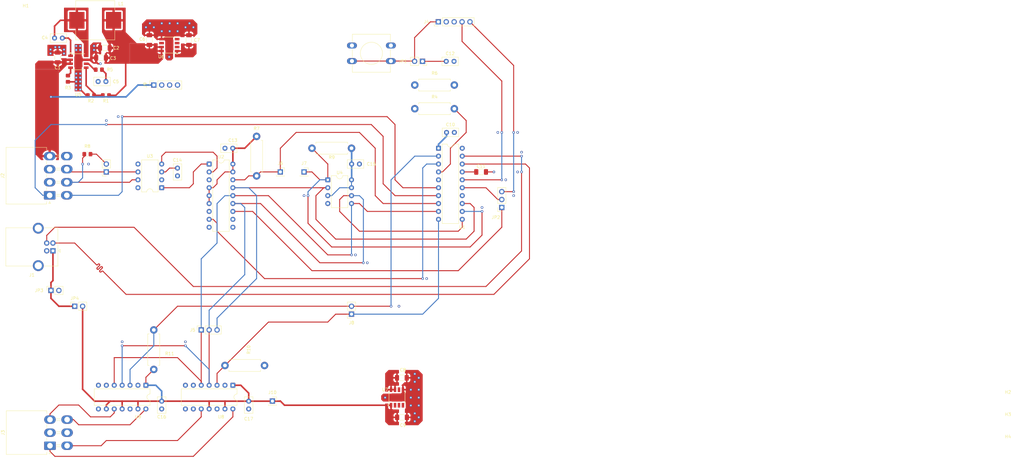
<source format=kicad_pcb>
(kicad_pcb (version 20241229) (generator "pcbnew") (generator_version "9.0")
  (layers (0 "F.Cu" signal) (4 "In1.Cu" signal) (6 "In2.Cu" signal) (2 "B.Cu" power) (13 "F.Paste" user) (15 "B.Paste" user) (5 "F.SilkS" user "F.Silkscreen") (7 "B.SilkS" user "B.Silkscreen") (1 "F.Mask" user) (3 "B.Mask" user) (25 "Edge.Cuts" user))
  (net 0 "")
  (net 1 "+12V")
  (net 2 "GND")
  (net 3 "+6.5V")
  (net 4 "Net-(U5-BST)")
  (net 5 "Net-(U5-SW)")
  (net 6 "Net-(C5-Pad2)")
  (net 7 "+5V")
  (net 8 "+5VA")
  (net 9 "Net-(U1-Vusb3v3)")
  (net 10 "Net-(JP1-A)")
  (net 12 "/USB_D+")
  (net 13 "VBUS")
  (net 15 "/USB_D-")
  (net 16 "/CAN_L")
  (net 17 "/Tach")
  (net 18 "/Speed")
  (net 19 "/CAN_H")
  (net 20 "/AN1")
  (net 21 "/AN4")
  (net 22 "/AN2")
  (net 23 "/AN3")
  (net 24 "/ICSP_~{MCLR}")
  (net 25 "/ICSP_CLK")
  (net 26 "/ICSP_DAT")
  (net 27 "/DAC1_~{CS}")
  (net 28 "/MISO")
  (net 29 "/ROM_~{CS}")
  (net 30 "/DAC2_~{CS}")
  (net 31 "/SCK")
  (net 32 "/MOSI")
  (net 33 "/CAN_~{CS}")
  (net 34 "/INT")
  (net 35 "Net-(JP5-B)")
  (net 36 "Net-(U5-FB)")
  (net 37 "Net-(U5-RT{slash}CLK)")
  (net 38 "/~{MCLR}")
  (net 39 "Net-(U5-COMP)")
  (net 41 "/CLK")
  (net 42 "/CAN_RX")
  (net 47 "/CAN_TX")
  (net 64 "/INT{slash}ICSP_CLK")
  (footprint "Connector_PinSocket_2.54mm:PinSocket_1x02_P2.54mm_Vertical" (layer "F.Cu") (at 55.88 134.62 180)
    (property "Reference" "JP5" (hide yes))
    (property "Value" "Term")
  )
  (footprint "Package_DIP:DIP-14_W7.62mm" (layer "F.Cu") (at 96.52 203.2 -90)
    (property "Reference" "U8")
    (property "Value" "MCP4912" (hide yes))
  )
  (footprint "Capacitor_THT:C_Disc_D5.0mm_W2.5mm_P2.50mm" (layer "F.Cu") (at 137.16 132.08 180)
    (property "Reference" "C15")
    (property "Value" "100n" (hide yes))
  )
  (footprint "Connector_PinSocket_2.54mm:PinSocket_1x01_P2.54mm_Vertical" (layer "F.Cu") (at 111.76 134.62)
    (property "Reference" "J6")
    (property "Value" "CAN CS")
  )
  (footprint "Connector_PinSocket_2.54mm:PinSocket_1x02_P2.54mm_Vertical" (layer "F.Cu") (at 38.1 172.72 90)
    (property "Reference" "JP3")
    (property "Value" "USB_PWR")
  )
  (footprint "Capacitor_THT:C_Disc_D5.0mm_W2.5mm_P2.50mm" (layer "F.Cu") (at 93.98 127)
    (property "Reference" "C13")
    (property "Value" "100n" (hide yes))
  )
  (footprint "Connector_PinHeader_2.54mm:PinHeader_1x05_P2.54mm_Vertical" (layer "F.Cu") (at 162.5 86.36 90)
    (property "Reference" "J4")
    (property "Value" "ICSP")
  )
  (footprint "Capacitor_THT:C_Disc_D5.0mm_W2.5mm_P2.50mm" (layer "F.Cu") (at 73.66 208.32 -90)
    (property "Reference" "C16")
    (property "Value" "100n" (hide yes))
  )
  (footprint "Connector_PinSocket_2.54mm:PinSocket_1x03_P2.54mm_Vertical" (layer "F.Cu") (at 182.88 146.035 180)
    (property "Reference" "JP2")
    (property "Value" "Prog")
  )
  (footprint "Resistor_SMD:R_0805_2012Metric_Pad1.20x1.40mm_HandSolder" (layer "F.Cu") (at 49.8 128.905 180)
    (property "Reference" "R8")
    (property "Value" "120" (hide yes))
  )
  (footprint "Resistor_SMD:R_0805_2012Metric_Pad1.20x1.40mm_HandSolder" (layer "F.Cu") (at 55.745 110)
    (property "Reference" "R1")
    (property "Value" "73k2" (hide yes))
  )
  (footprint "Connector_PinSocket_2.54mm:PinSocket_1x02_P2.54mm_Vertical" (layer "F.Cu") (at 157.42 99.06 -90)
    (property "Reference" "JP1")
    (property "Value" "~{Prog}")
  )
  (footprint "Capacitor_THT:C_Disc_D5.0mm_W2.5mm_P2.50mm" (layer "F.Cu") (at 39.255 91.585)
    (property "Reference" "C4")
    (property "Value" "100n" (hide yes))
  )
  (footprint "Capacitor_THT:C_Disc_D5.0mm_W2.5mm_P2.50mm" (layer "F.Cu") (at 165.04 99.06)
    (property "Reference" "C12")
    (property "Value" "100n" (hide yes))
  )
  (footprint "Capacitor_SMD:C_1206_3216Metric_Pad1.33x1.80mm_HandSolder" (layer "F.Cu") (at 176.2375 134.62)
    (property "Reference" "C11")
    (property "Value" "1u" (hide yes))
  )
  (footprint "Package_DIP:DIP-8_W7.62mm" (layer "F.Cu") (at 127 137.16)
    (property "Reference" "U4")
    (property "Value" "25LC160C" (hide yes))
  )
  (footprint "Resistor_THT:R_Axial_DIN0411_L9.9mm_D3.6mm_P12.70mm_Horizontal" (layer "F.Cu") (at 106.68 196.85 180)
    (property "Reference" "R10")
    (property "Value" "10k" (hide yes))
  )
  (footprint "Connector_PinSocket_2.54mm:PinSocket_1x02_P2.54mm_Vertical" (layer "F.Cu") (at 134.62 180.34 180)
    (property "Reference" "J8")
    (property "Value" "DAC CS")
  )
  (footprint "Capacitor_SMD:C_1206_3216Metric_Pad1.33x1.80mm_HandSolder" (layer "F.Cu") (at 69.715 92.22 90)
    (property "Reference" "C6")
    (property "Value" "22u" (hide yes))
  )
  (footprint "Capacitor_THT:C_Disc_D5.0mm_W2.5mm_P2.50mm" (layer "F.Cu") (at 53.245 105.555)
    (property "Reference" "C5")
    (property "Value" "100n" (hide yes))
  )
  (footprint "Resistor_SMD:R_0805_2012Metric_Pad1.20x1.40mm_HandSolder" (layer "F.Cu") (at 43.553 104.65 -90)
    (property "Reference" "R3")
    (property "Value" "50k" (hide yes))
  )
  (footprint "Button_Switch_THT:SW_PUSH-12mm" (layer "F.Cu") (at 134.76 93.98)
    (property "Reference" "SW1" (hide yes))
    (property "Value" "Reset")
  )
  (footprint "Resistor_SMD:R_0805_2012Metric_Pad1.20x1.40mm_HandSolder" (layer "F.Cu") (at 50.935 110)
    (property "Reference" "R2")
    (property "Value" "10k" (hide yes))
  )
  (footprint "Connector_Molex:Molex_Mini-Fit_Jr_5569-06A2_2x03_P4.20mm_Horizontal" (layer "F.Cu") (at 37.78 222.64 90)
    (property "Reference" "J3")
    (property "Value" "Analog")
  )
  (footprint "Resistor_THT:R_Axial_DIN0411_L9.9mm_D3.6mm_P12.70mm_Horizontal" (layer "F.Cu") (at 71.12 198.12 90)
    (property "Reference" "R11")
    (property "Value" "10k" (hide yes))
  )
  (footprint "Connector_Molex:Molex_Mini-Fit_Jr_5569-08A2_2x04_P4.20mm_Horizontal" (layer "F.Cu") (at 37.68 142.14 90)
    (property "Reference" "J2")
    (property "Value" "Conn_02x04_Top_Bottom" (hide yes))
  )
  (footprint "Capacitor_THT:C_Disc_D5.0mm_W2.5mm_P2.50mm" (layer "F.Cu") (at 78.74 135.89 90)
    (property "Reference" "C14")
    (property "Value" "100n" (hide yes))
  )
  (footprint "Resistor_SMD:R_0805_2012Metric_Pad1.20x1.40mm_HandSolder" (layer "F.Cu") (at 53.475 101.745 180)
    (property "Reference" "R5")
    (property "Value" "12k" (hide yes))
  )
  (footprint "Package_DIP:DIP-14_W7.62mm" (layer "F.Cu") (at 68.58 203.2 -90)
    (property "Reference" "U9")
    (property "Value" "MCP4912" (hide yes))
  )
  (footprint "Connector_USB:USB_B_OST_USB-B1HSxx_Horizontal" (layer "F.Cu") (at 38.735 159.98 180)
    (property "Reference" "J1")
    (property "Value" "USB_B")
  )
  (footprint "Capacitor_SMD:C_1206_3216Metric_Pad1.33x1.80mm_HandSolder" (layer "F.Cu") (at 150.7875 200.81875)
    (property "Reference" "C8")
    (property "Value" "22u" (hide yes))
  )
  (footprint "MountingHole:MountingHole_3.2mm_M3_DIN965" (layer "F.Cu") (at 345.44 209.22)
    (property "Reference" "H2")
    (property "Value" "MountingHole")
  )
  (footprint "MountingHole:MountingHole_3.2mm_M3_DIN965" (layer "F.Cu") (at 345.44 216.37)
    (property "Reference" "H3")
    (property "Value" "MountingHole")
  )
  (footprint "Package_SO:Diodes_SO-8EP" (layer "F.Cu") (at 149.225 207.12625 90)
    (property "Reference" "U7")
    (property "Value" "AP7375Q" (hide yes))
  )
  (footprint "MountingHole:MountingHole_3.2mm_M3_DIN965" (layer "F.Cu") (at 345.44 223.52)
    (property "Reference" "H4")
    (property "Value" "MountingHole")
  )
  (footprint "Connector_PinSocket_2.54mm:PinSocket_1x04_P2.54mm_Vertical" (layer "F.Cu") (at 71.12 106.68 90)
    (property "Reference" "J9")
    (property "Value" "Conn_01x04_Socket" (hide yes))
  )
  (footprint "Connector_PinSocket_2.54mm:PinSocket_1x02_P2.54mm_Vertical" (layer "F.Cu") (at 45.72 177.8 90)
    (property "Reference" "JP4")
    (property "Value" "USB_PWR" (hide yes))
  )
  (footprint "Capacitor_SMD:C_1206_3216Metric_Pad1.33x1.80mm_HandSolder" (layer "F.Cu") (at 40.251 97.808 90)
    (property "Reference" "C1")
    (property "Value" "22u" (hide yes))
  )
  (footprint "Package_DIP:DIP-20_W7.62mm" (layer "F.Cu") (at 162.56 127)
    (property "Reference" "U1")
    (property "Value" "PIC16F1459-IP" (hide yes))
  )
  (footprint "Package_SO:Diodes_SO-8EP" (layer "F.Cu") (at 46.8975 99.205)
    (property "Reference" "U5")
    (property "Value" "AP64100Q" (hide yes))
  )
  (footprint "Resistor_THT:R_Axial_DIN0411_L9.9mm_D3.6mm_P12.70mm_Horizontal" (layer "F.Cu") (at 134.62 127 180)
    (property "Reference" "R9")
    (property "Value" "10k")
  )
  (footprint "Inductor_SMD:L_Wuerth_WE-PD-Typ-LS_Handsoldering" (layer "F.Cu") (at 52.316 85.87)
    (property "Reference" "L1")
    (property "Value" "15u" (hide yes))
  )
  (footprint "Package_DIP:DIP-18_W7.62mm" (layer "F.Cu") (at 88.9 132.08)
    (property "Reference" "U2")
    (property "Value" "MCP2515-I/P" (hide yes))
  )
  (footprint "Capacitor_SMD:C_1206_3216Metric_Pad1.33x1.80mm_HandSolder" (layer "F.Cu") (at 54.1825 97.935)
    (property "Reference" "C3")
    (property "Value" "22u" (hide yes))
  )
  (footprint "Resistor_THT:R_Axial_DIN0411_L9.9mm_D3.6mm_P12.70mm_Horizontal" (layer "F.Cu") (at 104.14 123.19 -90)
    (property "Reference" "R7")
    (property "Value" "10k" (hide yes))
  )
  (footprint "Capacitor_THT:C_Disc_D5.0mm_W2.5mm_P2.50mm" (layer "F.Cu") (at 165.14 121.92)
    (property "Reference" "C10")
    (property "Value" "100n" (hide yes))
  )
  (footprint "Connector_PinSocket_2.54mm:PinSocket_1x01_P2.54mm_Vertical" (layer "F.Cu") (at 119.38 134.62)
    (property "Reference" "J7")
    (property "Value" "ROM CS")
  )
  (footprint "Capacitor_SMD:C_1206_3216Metric_Pad1.33x1.80mm_HandSolder" (layer "F.Cu") (at 55.4025 94.76)
    (property "Reference" "C2")
    (property "Value" "22u" (hide yes))
  )
  (footprint "Resistor_THT:R_Axial_DIN0411_L9.9mm_D3.6mm_P12.70mm_Horizontal" (layer "F.Cu") (at 167.64 106.68 180)
    (property "Reference" "R6")
    (property "Value" "10k" (hide yes))
  )
  (footprint "Capacitor_SMD:C_1206_3216Metric_Pad1.33x1.80mm_HandSolder" (layer "F.Cu") (at 150.8375 213.51875)
    (property "Reference" "C9")
    (property "Value" "22u" (hide yes))
  )
  (footprint "MountingHole:MountingHole_3.2mm_M3_DIN965" (layer "F.Cu") (at 30 85)
    (property "Reference" "H1")
    (property "Value" "MountingHole")
  )
  (footprint "Connector_PinSocket_2.54mm:PinSocket_1x01_P2.54mm_Vertical" (layer "F.Cu") (at 109.22 208.28)
    (property "Reference" "J10")
    (property "Value" "+5VA")
  )
  (footprint "Package_DIP:DIP-8_W7.62mm" (layer "F.Cu") (at 73.66 139.7 180)
    (property "Reference" "U3")
    (property "Value" "MCP2561-E-P" (hide yes))
  )
  (footprint "Capacitor_THT:C_Disc_D5.0mm_W2.5mm_P2.50mm" (layer "F.Cu") (at 101.6 208.32 -90)
    (property "Reference" "C17")
    (property "Value" "100n" (hide yes))
  )
  (footprint "Capacitor_SMD:C_1206_3216Metric_Pad1.33x1.80mm_HandSolder" (layer "F.Cu") (at 82.415 92.22 90)
    (property "Reference" "C7")
    (property "Value" "22u" (hide yes))
  )
  (footprint "Package_SO:Diodes_SO-8EP" (layer "F.Cu") (at 76.1075 93.8325 180)
    (property "Reference" "U6")
    (property "Value" "AP7375Q" (hide yes))
  )
  (footprint "Connector_PinSocket_2.54mm:PinSocket_1x03_P2.54mm_Vertical" (layer "F.Cu") (at 86.36 185.42 90)
    (property "Reference" "J5")
    (property "Value" "SPI debug")
  )
  (footprint "Resistor_THT:R_Axial_DIN0411_L9.9mm_D3.6mm_P12.70mm_Horizontal" (layer "F.Cu") (at 154.94 114.3)
    (property "Reference" "R4")
    (property "Value" "220" (hide yes))
  )
  (via (at 38.1 110.49) (size 0.8128) (drill 0.4) (layers "F.Cu" "B.Cu") (net 1))
  (segment (start 38.1 110.49) (end 62.23 110.49) (width 0.508) (layer "B.Cu") (net 1))
  (segment (start 62.23 110.49) (end 66.04 106.68) (width 0.508) (layer "B.Cu") (net 1))
  (segment (start 66.04 106.68) (end 71.12 106.68) (width 0.508) (layer "B.Cu") (net 1))
  (segment (start 49.395 110) (end 47.49 108.095) (width 0.508) (layer "F.Cu") (net 2))
  (segment (start 53.967 99.84) (end 53.205 99.84) (width 0.508) (layer "F.Cu") (net 2))
  (segment (start 46.125 105.65) (end 46.22 105.555) (width 0.508) (layer "F.Cu") (net 2))
  (segment (start 53.205 99.84) (end 52.62 99.255) (width 0.508) (layer "F.Cu") (net 2))
  (segment (start 52.62 99.255) (end 52.62 97.935) (width 0.508) (layer "F.Cu") (net 2))
  (segment (start 177.8 134.62) (end 180.34 134.62) (width 0.3048) (layer "F.Cu") (net 2))
  (segment (start 49.935 110) (end 49.395 110) (width 0.508) (layer "F.Cu") (net 2))
  (segment (start 43.553 105.65) (end 46.125 105.65) (width 0.508) (layer "F.Cu") (net 2))
  (via (at 156.21 204.62875) (size 0.8128) (drill 0.4) (layers "F.Cu" "B.Cu") (net 2))
  (via (at 119.38 142.24) (size 0.8128) (drill 0.4) (layers "F.Cu" "B.Cu") (net 2))
  (via (at 180.34 134.62) (size 0.8128) (drill 0.4) (layers "F.Cu" "B.Cu") (net 2))
  (via (at 39.489 94.506) (size 0.8128) (drill 0.4) (layers "F.Cu" "B.Cu") (net 2))
  (via (at 47.49 108.095) (size 0.8128) (drill 0.4) (layers "F.Cu" "B.Cu") (net 2))
  (via (at 76.22375 89.3875) (size 0.8128) (drill 0.4) (layers "F.Cu" "B.Cu") (net 2))
  (via (at 46.22 108.095) (size 0.8128) (drill 0.4) (layers "F.Cu" "B.Cu") (net 2))
  (via (at 59.69 116.84) (size 0.8128) (drill 0.4) (layers "F.Cu" "B.Cu") (net 2))
  (via (at 154.94 199.54875) (size 0.8128) (drill 0.4) (layers "F.Cu" "B.Cu") (net 2))
  (via (at 46.22 95.395) (size 0.8128) (drill 0.4) (layers "F.Cu" "B.Cu") (net 2))
  (via (at 68.60375 88.1175) (size 0.8128) (drill 0.4) (layers "F.Cu" "B.Cu") (net 2))
  (via (at 153.67 204.62875) (size 0.8128) (drill 0.4) (layers "F.Cu" "B.Cu") (net 2))
  (via (at 78.76375 86.8475) (size 0.8128) (drill 0.4) (layers "F.Cu" "B.Cu") (net 2))
  (via (at 46.22 104.285) (size 0.8128) (drill 0.4) (layers "F.Cu" "B.Cu") (net 2))
  (via (at 78.76375 89.3875) (size 0.8128) (drill 0.4) (layers "F.Cu" "B.Cu") (net 2))
  (via (at 154.94 214.78875) (size 0.8128) (drill 0.4) (layers "F.Cu" "B.Cu") (net 2))
  (via (at 51.935 94.125) (size 0.8128) (drill 0.4) (layers "F.Cu" "B.Cu") (net 2))
  (via (at 186.69 142.24) (size 0.8128) (drill 0.4) (layers "F.Cu" "B.Cu") (net 2))
  (via (at 83.84375 88.1175) (size 0.8128) (drill 0.4) (layers "F.Cu" "B.Cu") (net 2))
  (via (at 47.49 95.395) (size 0.8128) (drill 0.4) (layers "F.Cu" "B.Cu") (net 2))
  (via (at 156.21 213.51875) (size 0.8128) (drill 0.4) (layers "F.Cu" "B.Cu") (net 2))
  (via (at 73.68375 89.3875) (size 0.8128) (drill 0.4) (layers "F.Cu" "B.Cu") (net 2))
  (via (at 47.49 106.825) (size 0.8128) (drill 0.4) (layers "F.Cu" "B.Cu") (net 2))
  (via (at 154.94 212.24875) (size 0.8128) (drill 0.4) (layers "F.Cu" "B.Cu") (net 2))
  (via (at 37.965 96.538) (size 0.8128) (drill 0.4) (layers "F.Cu" "B.Cu") (net 2))
  (via (at 71.14375 88.1175) (size 0.8128) (drill 0.4) (layers "F.Cu" "B.Cu") (net 2))
  (via (at 55.88 118.11) (size 0.8128) (drill 0.4) (layers "F.Cu" "B.Cu") (net 2))
  (via (at 154.94 202.08875) (size 0.8128) (drill 0.4) (layers "F.Cu" "B.Cu") (net 2))
  (via (at 181.61 121.92) (size 0.8128) (drill 0.4) (layers "F.Cu" "B.Cu") (net 2))
  (via (at 47.49 105.555) (size 0.8128) (drill 0.4) (layers "F.Cu" "B.Cu") (net 2))
  (via (at 149.86 177.8) (size 0.8128) (drill 0.4) (layers "F.Cu" "B.Cu") (net 2))
  (via (at 189.23 128.27) (size 0.8128) (drill 0.4) (layers "F.Cu" "B.Cu") (net 2))
  (via (at 81.28 189.23) (size 0.8128) (drill 0.4) (layers "F.Cu" "B.Cu") (net 2))
  (via (at 50.165 132.08) (size 0.8128) (drill 0.4) (layers "F.Cu" "B.Cu") (net 2))
  (via (at 158.75 168.91) (size 0.8128) (drill 0.4) (layers "F.Cu" "B.Cu") (net 2))
  (via (at 187.96 121.92) (size 0.8128) (drill 0.4) (layers "F.Cu" "B.Cu") (net 2))
  (via (at 53.967 99.84) (size 0.8128) (drill 0.4) (layers "F.Cu" "B.Cu") (net 2))
  (via (at 37.965 95.268) (size 0.8128) (drill 0.4) (layers "F.Cu" "B.Cu") (net 2))
  (via (at 153.67 209.70875) (size 0.8128) (drill 0.4) (layers "F.Cu" "B.Cu") (net 2))
  (via (at 47.49 104.285) (size 0.8128) (drill 0.4) (layers "F.Cu" "B.Cu") (net 2))
  (via (at 184.15 137.16) (size 0.8128) (drill 0.4) (layers "F.Cu" "B.Cu") (net 2))
  (via (at 153.67 207.16875) (size 0.8128) (drill 0.4) (layers "F.Cu" "B.Cu") (net 2))
  (via (at 76.22375 86.8475) (size 0.8128) (drill 0.4) (layers "F.Cu" "B.Cu") (net 2))
  (via (at 156.21 200.81875) (size 0.8128) (drill 0.4) (layers "F.Cu" "B.Cu") (net 2))
  (via (at 51.935 95.395) (size 0.8128) (drill 0.4) (layers "F.Cu" "B.Cu") (net 2))
  (via (at 42.283 95.268) (size 0.8128) (drill 0.4) (layers "F.Cu" "B.Cu") (net 2))
  (via (at 46.22 106.825) (size 0.8128) (drill 0.4) (layers "F.Cu" "B.Cu") (net 2))
  (via (at 42.283 96.538) (size 0.8128) (drill 0.4) (layers "F.Cu" "B.Cu") (net 2))
  (via (at 135.89 161.29) (size 0.8128) (drill 0.4) (layers "F.Cu" "B.Cu") (net 2))
  (via (at 156.21 207.16875) (size 0.8128) (drill 0.4) (layers "F.Cu" "B.Cu") (net 2))
  (via (at 46.22 105.555) (size 0.8128) (drill 0.4) (layers "F.Cu" "B.Cu") (net 2))
  (via (at 139.7 163.83) (size 0.8128) (drill 0.4) (layers "F.Cu" "B.Cu") (net 2))
  (via (at 82.57375 86.8475) (size 0.8128) (drill 0.4) (layers "F.Cu" "B.Cu") (net 2))
  (via (at 69.87375 86.8475) (size 0.8128) (drill 0.4) (layers "F.Cu" "B.Cu") (net 2))
  (via (at 40.759 94.506) (size 0.8128) (drill 0.4) (layers "F.Cu" "B.Cu") (net 2))
  (via (at 76.065 97.6425) (size 0.8128) (drill 0.4) (layers "F.Cu" "B.Cu") (net 2))
  (via (at 187.96 134.62) (size 0.8128) (drill 0.4) (layers "F.Cu" "B.Cu") (net 2))
  (via (at 46.22 103.015) (size 0.8128) (drill 0.4) (layers "F.Cu" "B.Cu") (net 2))
  (via (at 46.22 94.125) (size 0.8128) (drill 0.4) (layers "F.Cu" "B.Cu") (net 2))
  (via (at 60.96 189.23) (size 0.8128) (drill 0.4) (layers "F.Cu" "B.Cu") (net 2))
  (via (at 156.21 209.70875) (size 0.8128) (drill 0.4) (layers "F.Cu" "B.Cu") (net 2))
  (via (at 47.49 103.015) (size 0.8128) (drill 0.4) (layers "F.Cu" "B.Cu") (net 2))
  (via (at 81.30375 88.1175) (size 0.8128) (drill 0.4) (layers "F.Cu" "B.Cu") (net 2))
  (via (at 73.68375 86.8475) (size 0.8128) (drill 0.4) (layers "F.Cu" "B.Cu") (net 2))
  (via (at 176.53 146.05) (size 0.8128) (drill 0.4) (layers "F.Cu" "B.Cu") (net 2))
  (via (at 145.415 207.16875) (size 0.8128) (drill 0.4) (layers "F.Cu" "B.Cu") (net 2))
  (via (at 47.49 94.125) (size 0.8128) (drill 0.4) (layers "F.Cu" "B.Cu") (net 2))
  (segment (start 60.825 97.935) (end 55.745 97.935) (width 0.508) (layer "F.Cu") (net 3))
  (segment (start 62.095 106.825) (end 62.095 99.205) (width 0.508) (layer "F.Cu") (net 3))
  (segment (start 62.095 99.205) (end 60.825 97.935) (width 0.508) (layer "F.Cu") (net 3))
  (segment (start 56.745 110) (end 58.92 110) (width 0.508) (layer "F.Cu") (net 3))
  (segment (start 58.92 110) (end 62.095 106.825) (width 0.508) (layer "F.Cu") (net 3))
  (segment (start 44.4 97.3) (end 44.4 92.305) (width 0.508) (layer "F.Cu") (net 4))
  (segment (start 44.4 92.305) (end 43.68 91.585) (width 0.508) (layer "F.Cu") (net 4))
  (segment (start 43.68 91.585) (end 41.755 91.585) (width 0.508) (layer "F.Cu") (net 4))
  (segment (start 39.255 91.585) (end 39.255 87.755) (width 0.508) (layer "F.Cu") (net 5))
  (segment (start 41.14 85.87) (end 46.416 85.87) (width 0.508) (layer "F.Cu") (net 5))
  (segment (start 39.255 87.755) (end 41.14 85.87) (width 0.508) (layer "F.Cu") (net 5))
  (segment (start 55.745 103.015) (end 54.475 101.745) (width 0.508) (layer "F.Cu") (net 6))
  (segment (start 55.745 105.555) (end 55.745 103.015) (width 0.508) (layer "F.Cu") (net 6))
  (segment (start 74.93 134.62) (end 76.16 133.39) (width 0.3048) (layer "F.Cu") (net 7))
  (segment (start 91.44 138.43) (end 91.44 137.16) (width 0.3048) (layer "F.Cu") (net 7))
  (segment (start 96.52 127.04) (end 96.48 127) (width 0.508) (layer "F.Cu") (net 7))
  (segment (start 73.66 134.62) (end 74.93 134.62) (width 0.3048) (layer "F.Cu") (net 7))
  (segment (start 91.44 137.16) (end 93.98 134.62) (width 0.3048) (layer "F.Cu") (net 7))
  (segment (start 96.52 134.62) (end 96.52 132.08) (width 0.3048) (layer "F.Cu") (net 7))
  (segment (start 90.17 139.7) (end 91.44 138.43) (width 0.3048) (layer "F.Cu") (net 7))
  (segment (start 88.9 139.7) (end 90.17 139.7) (width 0.3048) (layer "F.Cu") (net 7))
  (segment (start 88.9 144.78) (end 88.9 139.7) (width 0.3048) (layer "F.Cu") (net 7))
  (segment (start 96.52 132.08) (end 96.52 127.04) (width 0.508) (layer "F.Cu") (net 7))
  (segment (start 96.48 127) (end 100.33 127) (width 0.508) (layer "F.Cu") (net 7))
  (segment (start 93.98 134.62) (end 96.52 134.62) (width 0.3048) (layer "F.Cu") (net 7))
  (segment (start 76.16 133.39) (end 78.74 133.39) (width 0.3048) (layer "F.Cu") (net 7))
  (segment (start 100.33 127) (end 104.14 123.19) (width 0.508) (layer "F.Cu") (net 7))
  (segment (start 130.81 139.7) (end 128.27 142.24) (width 0.3048) (layer "B.Cu") (net 7))
  (segment (start 134.62 127) (end 134.62 128.27) (width 0.508) (layer "B.Cu") (net 7))
  (segment (start 134.62 128.27) (end 134.66 128.31) (width 0.508) (layer "B.Cu") (net 7))
  (segment (start 134.66 137.12) (end 134.62 137.16) (width 0.508) (layer "B.Cu") (net 7))
  (segment (start 134.66 128.31) (end 134.66 132.08) (width 0.508) (layer "B.Cu") (net 7))
  (segment (start 134.66 132.08) (end 134.66 137.12) (width 0.508) (layer "B.Cu") (net 7))
  (segment (start 165.14 123.15) (end 165.14 121.92) (width 0.508) (layer "B.Cu") (net 7))
  (segment (start 134.62 139.7) (end 134.62 137.16) (width 0.3048) (layer "B.Cu") (net 7))
  (segment (start 162.56 125.73) (end 165.14 123.15) (width 0.508) (layer "B.Cu") (net 7))
  (segment (start 162.56 127) (end 162.56 125.73) (width 0.508) (layer "B.Cu") (net 7))
  (segment (start 128.27 142.24) (end 127 142.24) (width 0.3048) (layer "B.Cu") (net 7))
  (segment (start 134.62 139.7) (end 130.81 139.7) (width 0.3048) (layer "B.Cu") (net 7))
  (segment (start 99.06 203.2) (end 96.52 203.2) (width 0.508) (layer "F.Cu") (net 8))
  (segment (start 93.98 210.82) (end 93.98 208.32) (width 0.508) (layer "F.Cu") (net 8))
  (segment (start 101.6 208.32) (end 101.6 205.74) (width 0.508) (layer "F.Cu") (net 8))
  (segment (start 71.12 198.12) (end 68.58 200.66) (width 0.3048) (layer "F.Cu") (net 8))
  (segment (start 68.58 200.66) (end 68.58 203.2) (width 0.3048) (layer "F.Cu") (net 8))
  (segment (start 66.04 210.82) (end 66.04 208.32) (width 0.508) (layer "F.Cu") (net 8))
  (segment (start 60.96 208.32) (end 58.32 208.32) (width 0.508) (layer "F.Cu") (net 8))
  (segment (start 111.76 208.28) (end 111.72 208.32) (width 0.508) (layer "F.Cu") (net 8))
  (segment (start 48.26 177.8) (end 48.26 204.47) (width 0.508) (layer "F.Cu") (net 8))
  (segment (start 93.98 208.32) (end 88.9 208.32) (width 0.508) (layer "F.Cu") (net 8))
  (segment (start 101.6 208.32) (end 93.98 208.32) (width 0.508) (layer "F.Cu") (net 8))
  (segment (start 55.88 209.55) (end 55.88 210.82) (width 0.508) (layer "F.Cu") (net 8))
  (segment (start 58.32 208.32) (end 57.11 208.32) (width 0.508) (layer "F.Cu") (net 8))
  (segment (start 52.11 208.32) (end 57.11 208.32) (width 0.508) (layer "F.Cu") (net 8))
  (segment (start 73.66 208.32) (end 66.04 208.32) (width 0.508) (layer "F.Cu") (net 8))
  (segment (start 66.04 208.32) (end 60.96 208.32) (width 0.508) (layer "F.Cu") (net 8))
  (segment (start 57.11 208.32) (end 55.88 209.55) (width 0.508) (layer "F.Cu") (net 8))
  (segment (start 147.32 209.62375) (end 113.10375 209.62375) (width 0.508) (layer "F.Cu") (net 8))
  (segment (start 60.96 210.82) (end 60.96 208.32) (width 0.508) (layer "F.Cu") (net 8))
  (segment (start 113.10375 209.62375) (end 111.76 208.28) (width 0.508) (layer "F.Cu") (net 8))
  (segment (start 88.9 210.82) (end 88.9 208.32) (width 0.508) (layer "F.Cu") (net 8))
  (segment (start 48.26 204.47) (end 52.11 208.32) (width 0.508) (layer "F.Cu") (net 8))
  (segment (start 111.72 208.32) (end 101.6 208.32) (width 0.508) (layer "F.Cu") (net 8))
  (segment (start 101.6 205.74) (end 99.06 203.2) (width 0.508) (layer "F.Cu") (net 8))
  (segment (start 88.9 208.32) (end 73.66 208.32) (width 0.508) (layer "F.Cu") (net 8))
  (segment (start 68.58 203.2) (end 71.755 203.2) (width 0.508) (layer "B.Cu") (net 8))
  (segment (start 71.755 203.2) (end 73.66 205.105) (width 0.508) (layer "B.Cu") (net 8))
  (segment (start 73.66 205.105) (end 73.66 208.32) (width 0.508) (layer "B.Cu") (net 8))
  (segment (start 170.18 134.62) (end 174.675 134.62) (width 0.3048) (layer "F.Cu") (net 9))
  (segment (start 157.42 99.06) (end 165.04 99.06) (width 0.3048) (layer "F.Cu") (net 10))
  (segment (start 36.735 155.035) (end 39.37 152.4) (width 0.3048) (layer "F.Cu") (net 12))
  (segment (start 39.37 152.4) (end 64.77 152.4) (width 0.3048) (layer "F.Cu") (net 12))
  (segment (start 177.799999 171.45) (end 189.23 160.019999) (width 0.3048) (layer "F.Cu") (net 12))
  (segment (start 83.82 171.45) (end 177.799999 171.45) (width 0.3048) (layer "F.Cu") (net 12))
  (segment (start 64.77 152.4) (end 83.82 171.45) (width 0.3048) (layer "F.Cu") (net 12))
  (segment (start 189.23 160.019999) (end 189.23 134.62) (width 0.3048) (layer "F.Cu") (net 12))
  (segment (start 170.18 129.54) (end 189.23 129.54) (width 0.3048) (layer "F.Cu") (net 12))
  (segment (start 36.735 157.48) (end 36.735 155.035) (width 0.3048) (layer "F.Cu") (net 12))
  (via (at 189.23 129.54) (size 0.8128) (drill 0.4) (layers "F.Cu" "B.Cu") (net 12))
  (via (at 189.23 134.62) (size 0.8128) (drill 0.4) (layers "F.Cu" "B.Cu") (net 12))
  (segment (start 189.23 129.54) (end 189.23 134.62) (width 0.3048) (layer "B.Cu") (net 12))
  (segment (start 38.1 170.18) (end 38.1 172.72) (width 0.508) (layer "F.Cu") (net 13))
  (segment (start 40.64 177.8) (end 45.72 177.8) (width 0.508) (layer "F.Cu") (net 13))
  (segment (start 38.1 175.26) (end 40.64 177.8) (width 0.508) (layer "F.Cu") (net 13))
  (segment (start 38.735 169.545) (end 38.1 170.18) (width 0.508) (layer "F.Cu") (net 13))
  (segment (start 38.1 172.72) (end 38.1 175.26) (width 0.508) (layer "F.Cu") (net 13))
  (segment (start 38.735 159.98) (end 38.735 169.545) (width 0.508) (layer "F.Cu") (net 13))
  (segment (start 58.469419 170.229419) (end 62.23 173.99) (width 0.3048) (layer "F.Cu") (net 15))
  (segment (start 54.170575 165.930575) (end 53.998154 166.102995) (width 0.3048) (layer "F.Cu") (net 15))
  (segment (start 62.23 173.99) (end 180.34 173.99) (width 0.3048) (layer "F.Cu") (net 15))
  (segment (start 38.735 157.48) (end 45.72 157.48) (width 0.3048) (layer "F.Cu") (net 15))
  (segment (start 53.480893 164.896052) (end 53.308472 165.068473) (width 0.3048) (layer "F.Cu") (net 15))
  (segment (start 54.564949 165.536204) (end 54.170575 165.930575) (width 0.3048) (layer "F.Cu") (net 15))
  (segment (start 54.860257 166.620257) (end 58.469419 170.229419) (width 0.3048) (layer "F.Cu") (net 15))
  (segment (start 190.5 132.08) (end 170.18 132.08) (width 0.3048) (layer "F.Cu") (net 15))
  (segment (start 191.77 133.35) (end 190.5 132.08) (width 0.3048) (layer "F.Cu") (net 15))
  (segment (start 54.207269 166.755984) (end 54.429205 166.534047) (width 0.3048) (layer "F.Cu") (net 15))
  (segment (start 180.34 173.99) (end 191.77 162.56) (width 0.3048) (layer "F.Cu") (net 15))
  (segment (start 53.049842 164.465001) (end 53.271777 164.243063) (width 0.3048) (layer "F.Cu") (net 15))
  (segment (start 53.616619 164.243063) (end 53.702829 164.329273) (width 0.3048) (layer "F.Cu") (net 15))
  (segment (start 54.774047 166.534047) (end 54.860257 166.620257) (width 0.3048) (layer "F.Cu") (net 15))
  (segment (start 52.914117 165.80767) (end 53.000327 165.89388) (width 0.3048) (layer "F.Cu") (net 15))
  (segment (start 53.308473 165.068473) (end 52.914117 165.462828) (width 0.3048) (layer "F.Cu") (net 15))
  (segment (start 54.478739 165.105152) (end 54.564949 165.191362) (width 0.3048) (layer "F.Cu") (net 15))
  (segment (start 53.702829 164.674115) (end 53.480893 164.896052) (width 0.3048) (layer "F.Cu") (net 15))
  (segment (start 53.308472 165.068473) (end 53.308473 165.068473) (width 0.3048) (layer "F.Cu") (net 15))
  (segment (start 53.345169 165.89388) (end 53.739524 165.499524) (width 0.3048) (layer "F.Cu") (net 15))
  (segment (start 53.739524 165.499524) (end 54.133895 165.10515) (width 0.3048) (layer "F.Cu") (net 15))
  (segment (start 53.776217 166.669774) (end 53.862427 166.755984) (width 0.3048) (layer "F.Cu") (net 15))
  (segment (start 45.72 157.48) (end 52.705 164.465) (width 0.3048) (layer "F.Cu") (net 15))
  (segment (start 191.77 162.56) (end 191.77 133.35) (width 0.3048) (layer "F.Cu") (net 15))
  (segment (start 53.998154 166.102995) (end 53.776217 166.324932) (width 0.3048) (layer "F.Cu") (net 15))
  (arc (start 54.564949 165.191362) (mid 54.636368 165.363783) (end 54.564949 165.536204) (width 0.3048) (layer "F.Cu") (net 15))
  (arc (start 53.000327 165.89388) (mid 53.172748 165.965299) (end 53.345169 165.89388) (width 0.3048) (layer "F.Cu") (net 15))
  (arc (start 54.429205 166.534047) (mid 54.601626 166.462628) (end 54.774047 166.534047) (width 0.3048) (layer "F.Cu") (net 15))
  (arc (start 53.702829 164.329273) (mid 53.774248 164.501694) (end 53.702829 164.674115) (width 0.3048) (layer "F.Cu") (net 15))
  (arc (start 53.862427 166.755984) (mid 54.034848 166.827403) (end 54.207269 166.755984) (width 0.3048) (layer "F.Cu") (net 15))
  (arc (start 53.271777 164.243063) (mid 53.444198 164.171644) (end 53.616619 164.243063) (width 0.3048) (layer "F.Cu") (net 15))
  (arc (start 53.776217 166.324932) (mid 53.704798 166.497353) (end 53.776217 166.669774) (width 0.3048) (layer "F.Cu") (net 15))
  (arc (start 52.914117 165.462828) (mid 52.842698 165.635249) (end 52.914117 165.80767) (width 0.3048) (layer "F.Cu") (net 15))
  (arc (start 54.133895 165.10515) (mid 54.306318 165.033733) (end 54.478739 165.105152) (width 0.3048) (layer "F.Cu") (net 15))
  (arc (start 52.705 164.465) (mid 52.877422 164.536419) (end 53.049842 164.465001) (width 0.3048) (layer "F.Cu") (net 15))
  (segment (start 44.06 134.62) (end 43.18 133.74) (width 0.3048) (layer "F.Cu") (net 16))
  (segment (start 66.04 134.62) (end 44.06 134.62) (width 0.3048) (layer "F.Cu") (net 16))
  (segment (start 144.78 123.19) (end 140.97 119.38) (width 0.3048) (layer "F.Cu") (net 17))
  (segment (start 140.97 119.38) (end 55.88 119.38) (width 0.3048) (layer "F.Cu") (net 17))
  (segment (start 144.78 138.43) (end 144.78 123.19) (width 0.3048) (layer "F.Cu") (net 17))
  (segment (start 162.56 142.24) (end 148.59 142.24) (width 0.3048) (layer "F.Cu") (net 17))
  (segment (start 148.59 142.24) (end 144.78 138.43) (width 0.3048) (layer "F.Cu") (net 17))
  (via (at 55.88 119.38) (size 0.8128) (drill 0.4) (layers "F.Cu" "B.Cu") (net 17))
  (segment (start 55.88 119.38) (end 38.1 119.38) (width 0.3048) (layer "B.Cu") (net 17))
  (segment (start 35.46 142.14) (end 37.68 142.14) (width 0.3048) (layer "B.Cu") (net 17))
  (segment (start 33.02 139.7) (end 35.46 142.14) (width 0.3048) (layer "B.Cu") (net 17))
  (segment (start 33.02 124.46) (end 33.02 139.7) (width 0.3048) (layer "B.Cu") (net 17))
  (segment (start 38.1 119.38) (end 33.02 124.46) (width 0.3048) (layer "B.Cu") (net 17))
  (segment (start 148.59 119.379999) (end 148.59 137.16) (width 0.3048) (layer "F.Cu") (net 18))
  (segment (start 148.59 137.16) (end 151.13 139.7) (width 0.3048) (layer "F.Cu") (net 18))
  (segment (start 60.96 116.84) (end 146.050001 116.84) (width 0.3048) (layer "F.Cu") (net 18))
  (segment (start 151.13 139.7) (end 162.56 139.7) (width 0.3048) (layer "F.Cu") (net 18))
  (segment (start 146.050001 116.84) (end 148.59 119.379999) (width 0.3048) (layer "F.Cu") (net 18))
  (via (at 60.96 116.84) (size 0.8128) (drill 0.4) (layers "F.Cu" "B.Cu") (net 18))
  (segment (start 60.96 140.97) (end 60.96 116.84) (width 0.3048) (layer "B.Cu") (net 18))
  (segment (start 59.79 142.14) (end 60.96 140.97) (width 0.3048) (layer "B.Cu") (net 18))
  (segment (start 43.18 142.14) (end 59.79 142.14) (width 0.3048) (layer "B.Cu") (net 18))
  (segment (start 48.8 129.635) (end 48.26 130.175) (width 0.3048) (layer "F.Cu") (net 19))
  (segment (start 66.04 137.16) (end 64.135 137.16) (width 0.3048) (layer "F.Cu") (net 19))
  (segment (start 48.8 128.905) (end 48.8 129.635) (width 0.3048) (layer "F.Cu") (net 19))
  (segment (start 48.26 130.175) (end 48.26 132.08) (width 0.3048) (layer "F.Cu") (net 19))
  (segment (start 64.135 137.16) (end 63.355 137.94) (width 0.3048) (layer "F.Cu") (net 19))
  (segment (start 63.355 137.94) (end 43.18 137.94) (width 0.3048) (layer "F.Cu") (net 19))
  (via (at 48.26 132.08) (size 0.8128) (drill 0.4) (layers "F.Cu" "B.Cu") (net 19))
  (segment (start 48.26 132.08) (end 48.26 136.525) (width 0.3048) (layer "B.Cu") (net 19))
  (segment (start 46.845 137.94) (end 43.18 137.94) (width 0.3048) (layer "B.Cu") (net 19))
  (segment (start 48.26 136.525) (end 46.845 137.94) (width 0.3048) (layer "B.Cu") (net 19))
  (segment (start 39.37 226.06) (end 37.78 224.47) (width 0.3048) (layer "F.Cu") (net 20))
  (segment (start 83.82 226.06) (end 39.37 226.06) (width 0.3048) (layer "F.Cu") (net 20))
  (segment (start 96.52 210.82) (end 96.52 213.36) (width 0.3048) (layer "F.Cu") (net 20))
  (segment (start 96.52 213.36) (end 83.82 226.06) (width 0.3048) (layer "F.Cu") (net 20))
  (segment (start 37.78 224.47) (end 37.78 222.64) (width 0.3048) (layer "F.Cu") (net 20))
  (segment (start 37.78 212.41) (end 37.78 214.24) (width 0.3048) (layer "F.Cu") (net 21))
  (segment (start 40.64 209.55) (end 37.78 212.41) (width 0.3048) (layer "F.Cu") (net 21))
  (segment (start 46.99 209.55) (end 40.64 209.55) (width 0.3048) (layer "F.Cu") (net 21))
  (segment (start 58.42 210.82) (end 58.42 212.09) (width 0.3048) (layer "F.Cu") (net 21))
  (segment (start 57.15 213.36) (end 50.8 213.36) (width 0.3048) (layer "F.Cu") (net 21))
  (segment (start 58.42 212.09) (end 57.15 213.36) (width 0.3048) (layer "F.Cu") (net 21))
  (segment (start 50.8 213.36) (end 46.99 209.55) (width 0.3048) (layer "F.Cu") (net 21))
  (segment (start 54.22 222.64) (end 43.28 222.64) (width 0.3048) (layer "F.Cu") (net 22))
  (segment (start 55.88 220.98) (end 54.22 222.64) (width 0.3048) (layer "F.Cu") (net 22))
  (segment (start 78.74 220.98) (end 55.88 220.98) (width 0.3048) (layer "F.Cu") (net 22))
  (segment (start 86.36 210.82) (end 86.36 213.36) (width 0.3048) (layer "F.Cu") (net 22))
  (segment (start 86.36 213.36) (end 78.74 220.98) (width 0.3048) (layer "F.Cu") (net 22))
  (segment (start 68.58 210.82) (end 63.5 215.9) (width 0.3048) (layer "F.Cu") (net 23))
  (segment (start 63.5 215.9) (end 46.99 215.9) (width 0.3048) (layer "F.Cu") (net 23))
  (segment (start 46.99 215.9) (end 45.33 214.24) (width 0.3048) (layer "F.Cu") (net 23))
  (segment (start 45.33 214.24) (end 43.28 214.24) (width 0.3048) (layer "F.Cu") (net 23))
  (segment (start 134.76 98.98) (end 154.8 98.98) (width 0.3048) (layer "F.Cu") (net 24))
  (segment (start 159.96 86.36) (end 162.5 86.36) (width 0.3048) (layer "F.Cu") (net 24))
  (segment (start 154.88 99.06) (end 154.88 91.44) (width 0.3048) (layer "F.Cu") (net 24))
  (segment (start 154.88 91.44) (end 159.96 86.36) (width 0.3048) (layer "F.Cu") (net 24))
  (segment (start 154.8 98.98) (end 154.88 99.06) (width 0.3048) (layer "F.Cu") (net 24))
  (segment (start 186.69 100.39) (end 172.66 86.36) (width 0.3048) (layer "F.Cu") (net 25))
  (segment (start 182.88 140.955) (end 186.675 140.955) (width 0.3048) (layer "F.Cu") (net 25))
  (segment (start 186.675 140.955) (end 186.69 140.97) (width 0.3048) (layer "F.Cu") (net 25))
  (segment (start 186.69 121.92) (end 186.69 100.39) (width 0.3048) (layer "F.Cu") (net 25))
  (via (at 186.69 121.92) (size 0.8128) (drill 0.4) (layers "F.Cu" "B.Cu") (net 25))
  (via (at 186.69 140.97) (size 0.8128) (drill 0.4) (layers "F.Cu" "B.Cu") (net 25))
  (segment (start 186.69 140.97) (end 186.69 121.92) (width 0.3048) (layer "B.Cu") (net 25))
  (segment (start 170.18 137.16) (end 182.88 137.16) (width 0.3048) (layer "F.Cu") (net 26))
  (segment (start 182.88 121.92) (end 182.88 105.41) (width 0.3048) (layer "F.Cu") (net 26))
  (segment (start 182.88 105.41) (end 170.12 92.65) (width 0.3048) (layer "F.Cu") (net 26))
  (segment (start 170.12 92.65) (end 170.12 86.36) (width 0.3048) (layer "F.Cu") (net 26))
  (via (at 182.88 137.16) (size 0.8128) (drill 0.4) (layers "F.Cu" "B.Cu") (net 26))
  (via (at 182.88 121.92) (size 0.8128) (drill 0.4) (layers "F.Cu" "B.Cu") (net 26))
  (segment (start 182.88 137.16) (end 182.88 121.92) (width 0.3048) (layer "B.Cu") (net 26))
  (segment (start 129.54 180.34) (end 127 182.88) (width 0.3048) (layer "F.Cu") (net 27))
  (segment (start 107.95 182.88) (end 93.98 196.85) (width 0.3048) (layer "F.Cu") (net 27))
  (segment (start 93.98 196.85) (end 91.44 199.39) (width 0.3048) (layer "F.Cu") (net 27))
  (segment (start 127 182.88) (end 107.95 182.88) (width 0.3048) (layer "F.Cu") (net 27))
  (segment (start 91.44 199.39) (end 91.44 203.2) (width 0.3048) (layer "F.Cu") (net 27))
  (segment (start 134.62 180.34) (end 129.54 180.34) (width 0.3048) (layer "F.Cu") (net 27))
  (segment (start 162.56 175.26) (end 157.48 180.34) (width 0.3048) (layer "B.Cu") (net 27))
  (segment (start 162.56 149.86) (end 162.56 175.26) (width 0.3048) (layer "B.Cu") (net 27))
  (segment (start 157.48 180.34) (end 134.62 180.34) (width 0.3048) (layer "B.Cu") (net 27))
  (segment (start 171.45 156.21) (end 129.54 156.21) (width 0.3048) (layer "F.Cu") (net 28))
  (segment (start 127 139.7) (end 96.52 139.7) (width 0.3048) (layer "F.Cu") (net 28))
  (segment (start 124.46 139.7) (end 127 139.7) (width 0.3048) (layer "F.Cu") (net 28))
  (segment (start 173.99 146.05) (end 173.99 153.67) (width 0.3048) (layer "F.Cu") (net 28))
  (segment (start 123.19 149.86) (end 123.19 142.24) (width 0.3048) (layer "F.Cu") (net 28))
  (segment (start 173.99 153.67) (end 171.45 156.21) (width 0.3048) (layer "F.Cu") (net 28))
  (segment (start 129.54 156.21) (end 123.19 149.86) (width 0.3048) (layer "F.Cu") (net 28))
  (segment (start 170.18 144.78) (end 172.72 144.78) (width 0.3048) (layer "F.Cu") (net 28))
  (segment (start 172.72 144.78) (end 173.99 146.05) (width 0.3048) (layer "F.Cu") (net 28))
  (segment (start 123.19 142.24) (end 125.73 139.7) (width 0.3048) (layer "F.Cu") (net 28))
  (segment (start 125.73 139.7) (end 127 139.7) (width 0.3048) (layer "F.Cu") (net 28))
  (segment (start 104.14 142.24) (end 104.14 168.91) (width 0.3048) (layer "B.Cu") (net 28))
  (segment (start 96.52 139.7) (end 101.6 139.7) (width 0.3048) (layer "B.Cu") (net 28))
  (segment (start 104.14 168.91) (end 91.44 181.61) (width 0.3048) (layer "B.Cu") (net 28))
  (segment (start 91.44 181.61) (end 91.44 185.42) (width 0.3048) (layer "B.Cu") (net 28))
  (segment (start 101.6 139.7) (end 104.14 142.24) (width 0.3048) (layer "B.Cu") (net 28))
  (segment (start 120.65 151.13) (end 120.65 142.24) (width 0.3048) (layer "F.Cu") (net 29))
  (segment (start 176.53 147.32) (end 176.53 154.94) (width 0.3048) (layer "F.Cu") (net 29))
  (segment (start 128.27 158.75) (end 120.65 151.13) (width 0.3048) (layer "F.Cu") (net 29))
  (segment (start 127 137.16) (end 127 132.08) (width 0.3048) (layer "F.Cu") (net 29))
  (segment (start 124.46 137.16) (end 121.92 134.62) (width 0.3048) (layer "F.Cu") (net 29))
  (segment (start 127 137.16) (end 124.46 137.16) (width 0.3048) (layer "F.Cu") (net 29))
  (segment (start 121.92 134.62) (end 119.38 134.62) (width 0.3048) (layer "F.Cu") (net 29))
  (segment (start 176.53 154.94) (end 172.72 158.75) (width 0.3048) (layer "F.Cu") (net 29))
  (segment (start 172.72 158.75) (end 128.27 158.75) (width 0.3048) (layer "F.Cu") (net 29))
  (segment (start 127 132.08) (end 121.92 127) (width 0.3048) (layer "F.Cu") (net 29))
  (via (at 120.65 142.24) (size 0.8128) (drill 0.4) (layers "F.Cu" "B.Cu") (net 29))
  (via (at 176.53 147.32) (size 0.8128) (drill 0.4) (layers "F.Cu" "B.Cu") (net 29))
  (segment (start 170.18 147.32) (end 176.53 147.32) (width 0.3048) (layer "B.Cu") (net 29))
  (segment (start 120.65 140.97) (end 124.46 137.16) (width 0.3048) (layer "B.Cu") (net 29))
  (segment (start 120.65 142.24) (end 120.65 140.97) (width 0.3048) (layer "B.Cu") (net 29))
  (segment (start 124.46 137.16) (end 127 137.16) (width 0.3048) (layer "B.Cu") (net 29))
  (segment (start 147.32 177.8) (end 78.74 177.8) (width 0.3048) (layer "F.Cu") (net 30))
  (segment (start 78.74 177.8) (end 71.12 185.42) (width 0.3048) (layer "F.Cu") (net 30))
  (via (at 147.32 177.8) (size 0.8128) (drill 0.4) (layers "F.Cu" "B.Cu") (net 30))
  (segment (start 147.32 137.16) (end 154.94 129.54) (width 0.3048) (layer "B.Cu") (net 30))
  (segment (start 63.5 198.12) (end 71.12 190.5) (width 0.3048) (layer "B.Cu") (net 30))
  (segment (start 63.5 203.2) (end 63.5 198.12) (width 0.3048) (layer "B.Cu") (net 30))
  (segment (start 71.12 190.5) (end 71.12 185.42) (width 0.3048) (layer "B.Cu") (net 30))
  (segment (start 147.32 177.8) (end 147.32 137.16) (width 0.3048) (layer "B.Cu") (net 30))
  (segment (start 154.94 129.54) (end 162.56 129.54) (width 0.3048) (layer "B.Cu") (net 30))
  (segment (start 170.18 149.86) (end 170.18 152.4) (width 0.3048) (layer "F.Cu") (net 31))
  (segment (start 88.9 185.42) (end 88.9 203.2) (width 0.3048) (layer "F.Cu") (net 31))
  (segment (start 138.43 163.83) (end 124.46 163.83) (width 0.3048) (layer "F.Cu") (net 31))
  (segment (start 168.91 153.67) (end 137.16 153.67) (width 0.3048) (layer "F.Cu") (net 31))
  (segment (start 124.46 163.83) (end 105.41 144.78) (width 0.3048) (layer "F.Cu") (net 31))
  (segment (start 137.16 153.67) (end 130.81 147.32) (width 0.3048) (layer "F.Cu") (net 31))
  (segment (start 105.41 144.78) (end 96.52 144.78) (width 0.3048) (layer "F.Cu") (net 31))
  (segment (start 132.08 142.24) (end 134.62 142.24) (width 0.3048) (layer "F.Cu") (net 31))
  (segment (start 130.81 143.51) (end 132.08 142.24) (width 0.3048) (layer "F.Cu") (net 31))
  (segment (start 130.81 147.32) (end 130.81 143.51) (width 0.3048) (layer "F.Cu") (net 31))
  (segment (start 170.18 152.4) (end 168.91 153.67) (width 0.3048) (layer "F.Cu") (net 31))
  (segment (start 60.96 190.5) (end 81.28 190.5) (width 0.3048) (layer "F.Cu") (net 31))
  (via (at 60.96 190.5) (size 0.8128) (drill 0.4) (layers "F.Cu" "B.Cu") (net 31))
  (via (at 81.28 190.5) (size 0.8128) (drill 0.4) (layers "F.Cu" "B.Cu") (net 31))
  (via (at 138.43 163.83) (size 0.8128) (drill 0.4) (layers "F.Cu" "B.Cu") (net 31))
  (segment (start 88.9 198.12) (end 81.28 190.5) (width 0.3048) (layer "B.Cu") (net 31))
  (segment (start 60.96 203.2) (end 60.96 190.5) (width 0.3048) (layer "B.Cu") (net 31))
  (segment (start 99.06 144.78) (end 100.33 146.05) (width 0.3048) (layer "B.Cu") (net 31))
  (segment (start 137.16 142.24) (end 138.43 143.51) (width 0.3048) (layer "B.Cu") (net 31))
  (segment (start 100.33 146.05) (end 100.33 167.64) (width 0.3048) (layer "B.Cu") (net 31))
  (segment (start 138.43 143.51) (end 138.43 163.83) (width 0.3048) (layer "B.Cu") (net 31))
  (segment (start 96.52 144.78) (end 99.06 144.78) (width 0.3048) (layer "B.Cu") (net 31))
  (segment (start 134.62 142.24) (end 137.16 142.24) (width 0.3048) (layer "B.Cu") (net 31))
  (segment (start 88.9 203.2) (end 88.9 198.12) (width 0.3048) (layer "B.Cu") (net 31))
  (segment (start 100.33 167.64) (end 88.9 179.07) (width 0.3048) (layer "B.Cu") (net 31))
  (segment (start 88.9 179.07) (end 88.9 185.42) (width 0.3048) (layer "B.Cu") (net 31))
  (segment (start 86.36 203.2) (end 86.36 201.93) (width 0.3048) (layer "F.Cu") (net 32))
  (segment (start 58.42 194.31) (end 58.42 203.2) (width 0.3048) (layer "F.Cu") (net 32))
  (segment (start 78.74 194.31) (end 58.42 194.31) (width 0.3048) (layer "F.Cu") (net 32))
  (segment (start 86.36 201.93) (end 78.74 194.31) (width 0.3048) (layer "F.Cu") (net 32))
  (segment (start 137.16 144.78) (end 139.7 147.32) (width 0.3048) (layer "F.Cu") (net 32))
  (segment (start 107.95 142.24) (end 96.52 142.24) (width 0.3048) (layer "F.Cu") (net 32))
  (segment (start 127 161.29) (end 107.95 142.24) (width 0.3048) (layer "F.Cu") (net 32))
  (segment (start 139.7 147.32) (end 162.56 147.32) (width 0.3048) (layer "F.Cu") (net 32))
  (segment (start 86.36 185.42) (end 86.36 203.2) (width 0.3048) (layer "F.Cu") (net 32))
  (segment (start 134.62 144.78) (end 137.16 144.78) (width 0.3048) (layer "F.Cu") (net 32))
  (segment (start 134.62 161.29) (end 127 161.29) (width 0.3048) (layer "F.Cu") (net 32))
  (via (at 134.62 161.29) (size 0.8128) (drill 0.4) (layers "F.Cu" "B.Cu") (net 32))
  (segment (start 134.62 161.29) (end 134.62 144.78) (width 0.3048) (layer "B.Cu") (net 32))
  (segment (start 96.52 142.24) (end 93.98 142.24) (width 0.3048) (layer "B.Cu") (net 32))
  (segment (start 91.44 157.48) (end 86.36 162.56) (width 0.3048) (layer "B.Cu") (net 32))
  (segment (start 93.98 142.24) (end 91.44 144.78) (width 0.3048) (layer "B.Cu") (net 32))
  (segment (start 86.36 162.56) (end 86.36 185.42) (width 0.3048) (layer "B.Cu") (net 32))
  (segment (start 91.44 144.78) (end 91.44 157.48) (width 0.3048) (layer "B.Cu") (net 32))
  (segment (start 111.76 127) (end 111.76 134.62) (width 0.3048) (layer "F.Cu") (net 33))
  (segment (start 111.76 134.62) (end 105.41 134.62) (width 0.3048) (layer "F.Cu") (net 33))
  (segment (start 144.78 144.78) (end 142.24 142.24) (width 0.3048) (layer "F.Cu") (net 33))
  (segment (start 101.6 135.89) (end 104.14 135.89) (width 0.3048) (layer "F.Cu") (net 33))
  (segment (start 96.52 137.16) (end 100.33 137.16) (width 0.3048) (layer "F.Cu") (net 33))
  (segment (start 142.24 127) (end 137.16 121.92) (width 0.3048) (layer "F.Cu") (net 33))
  (segment (start 105.41 134.62) (end 104.14 135.89) (width 0.3048) (layer "F.Cu") (net 33))
  (segment (start 162.56 144.78) (end 144.78 144.78) (width 0.3048) (layer "F.Cu") (net 33))
  (segment (start 116.84 121.92) (end 111.76 127) (width 0.3048) (layer "F.Cu") (net 33))
  (segment (start 137.16 121.92) (end 116.84 121.92) (width 0.3048) (layer "F.Cu") (net 33))
  (segment (start 142.24 142.24) (end 142.24 127) (width 0.3048) (layer "F.Cu") (net 33))
  (segment (start 100.33 137.16) (end 101.6 135.89) (width 0.3048) (layer "F.Cu") (net 33))
  (segment (start 102.87 147.32) (end 121.92 166.37) (width 0.3048) (layer "F.Cu") (net 34))
  (segment (start 168.91 166.37) (end 182.88 152.4) (width 0.3048) (layer "F.Cu") (net 34))
  (segment (start 96.52 147.32) (end 102.87 147.32) (width 0.3048) (layer "F.Cu") (net 34))
  (segment (start 182.88 152.4) (end 182.88 146.035) (width 0.3048) (layer "F.Cu") (net 34))
  (segment (start 121.92 166.37) (end 168.91 166.37) (width 0.3048) (layer "F.Cu") (net 34))
  (segment (start 50.8 128.905) (end 52.705 128.905) (width 0.3048) (layer "F.Cu") (net 35))
  (segment (start 52.705 128.905) (end 55.88 132.08) (width 0.3048) (layer "F.Cu") (net 35))
  (segment (start 49.395 106.825) (end 51.935 109.365) (width 0.508) (layer "F.Cu") (net 36))
  (segment (start 51.935 110) (end 54.745 110) (width 0.508) (layer "F.Cu") (net 36))
  (segment (start 49.395 101.11) (end 49.395 106.825) (width 0.508) (layer "F.Cu") (net 36))
  (segment (start 51.935 109.365) (end 51.935 110) (width 0.508) (layer "F.Cu") (net 36))
  (segment (start 44.4 102.803) (end 43.553 103.65) (width 0.508) (layer "F.Cu") (net 37))
  (segment (start 44.4 101.11) (end 44.4 102.803) (width 0.508) (layer "F.Cu") (net 37))
  (segment (start 166.37 127) (end 171.45 121.92) (width 0.3048) (layer "F.Cu") (net 38))
  (segment (start 162.56 134.62) (end 163.83 134.62) (width 0.3048) (layer "F.Cu") (net 38))
  (segment (start 166.37 132.08) (end 166.37 127) (width 0.3048) (layer "F.Cu") (net 38))
  (segment (start 171.45 121.92) (end 171.45 118.11) (width 0.3048) (layer "F.Cu") (net 38))
  (segment (start 171.45 118.11) (end 167.64 114.3) (width 0.3048) (layer "F.Cu") (net 38))
  (segment (start 163.83 134.62) (end 166.37 132.08) (width 0.3048) (layer "F.Cu") (net 38))
  (segment (start 50.157 99.84) (end 52.062 101.745) (width 0.508) (layer "F.Cu") (net 39))
  (segment (start 52.062 101.745) (end 52.475 101.745) (width 0.508) (layer "F.Cu") (net 39))
  (segment (start 49.395 99.84) (end 50.157 99.84) (width 0.508) (layer "F.Cu") (net 39))
  (segment (start 90.17 149.86) (end 88.9 149.86) (width 0.3048) (layer "F.Cu") (net 41))
  (segment (start 91.44 153.67) (end 91.44 151.13) (width 0.3048) (layer "F.Cu") (net 41))
  (segment (start 157.48 168.91) (end 106.68 168.91) (width 0.3048) (layer "F.Cu") (net 41))
  (segment (start 106.68 168.91) (end 91.44 153.67) (width 0.3048) (layer "F.Cu") (net 41))
  (segment (start 91.44 151.13) (end 90.17 149.86) (width 0.3048) (layer "F.Cu") (net 41))
  (via (at 157.48 168.91) (size 0.8128) (drill 0.4) (layers "F.Cu" "B.Cu") (net 41))
  (segment (start 157.48 168.91) (end 157.48 133.35) (width 0.3048) (layer "B.Cu") (net 41))
  (segment (start 157.48 133.35) (end 158.75 132.08) (width 0.3048) (layer "B.Cu") (net 41))
  (segment (start 158.75 132.08) (end 162.56 132.08) (width 0.3048) (layer "B.Cu") (net 41))
  (segment (start 73.66 129.54) (end 74.93 128.27) (width 0.3048) (layer "F.Cu") (net 42))
  (segment (start 73.66 132.08) (end 73.66 129.54) (width 0.3048) (layer "F.Cu") (net 42))
  (segment (start 74.93 128.27) (end 90.17 128.27) (width 0.3048) (layer "F.Cu") (net 42))
  (segment (start 90.17 134.62) (end 88.9 134.62) (width 0.3048) (layer "F.Cu") (net 42))
  (segment (start 91.44 133.35) (end 90.17 134.62) (width 0.3048) (layer "F.Cu") (net 42))
  (segment (start 90.17 128.27) (end 91.44 129.54) (width 0.3048) (layer "F.Cu") (net 42))
  (segment (start 91.44 129.54) (end 91.44 133.35) (width 0.3048) (layer "F.Cu") (net 42))
  (segment (start 73.66 139.7) (end 82.55 139.7) (width 0.3048) (layer "F.Cu") (net 47))
  (segment (start 86.36 132.08) (end 88.9 132.08) (width 0.3048) (layer "F.Cu") (net 47))
  (segment (start 82.55 139.7) (end 83.82 138.43) (width 0.3048) (layer "F.Cu") (net 47))
  (segment (start 83.82 134.62) (end 86.36 132.08) (width 0.3048) (layer "F.Cu") (net 47))
  (segment (start 83.82 138.43) (end 83.82 134.62) (width 0.3048) (layer "F.Cu") (net 47))
  (segment (start 170.18 139.7) (end 177.8 139.7) (width 0.3048) (layer "F.Cu") (net 64))
  (segment (start 181.61 143.51) (end 181.625 143.495) (width 0.3048) (layer "F.Cu") (net 64))
  (segment (start 181.625 143.495) (end 182.88 143.495) (width 0.3048) (layer "F.Cu") (net 64))
  (segment (start 177.8 139.7) (end 181.61 143.51) (width 0.3048) (layer "F.Cu") (net 64))
  (zone (net 1) (net_name "+12V") (layer "F.Cu") (priority 11) (connect_pads (clearance 0.508)) (min_thickness 0.254) (fill yes (thermal_gap 0.508) (thermal_bridge_width 0.762))
    (polygon (pts (xy 33.02 128.905) (xy 34.925 130.81) (xy 40.64 130.81) (xy 40.64 101.6) (xy 33.02 101.6)))
  )
  (zone (net 7) (net_name "+5V") (layer "F.Cu") (priority 9) (connect_pads (clearance 0.5)) (min_thickness 0.25) (fill yes (thermal_gap 0.508) (thermal_bridge_width 0.508) (island_removal_mode 1) (island_area_min 9.999999))
    (polygon (pts (xy 84.85975 93.3245) (xy 84.85975 96.65825) (xy 83.7485 97.7695) (xy 77.87475 97.7695) (xy 77.87475 95.2295) (xy 79.77975 95.2295) (xy 79.77975 93.3245)))
  )
  (zone (net 2) (net_name "GND") (layer "F.Cu") (priority 7) (connect_pads yes (clearance 0.5)) (min_thickness 0.25) (fill yes (thermal_gap 0.508) (thermal_bridge_width 0.762) (island_removal_mode 1) (island_area_min 9.999999))
    (polygon (pts (xy 144.145 207.80375) (xy 144.78 208.43875) (xy 154.94 208.43875) (xy 154.94 203.35875) (xy 150.495 203.35875) (xy 150.495 205.89875) (xy 144.78 205.89875) (xy 144.145 206.53375)))
  )
  (zone (net 5) (net_name "Net-(U5-SW)") (layer "F.Cu") (priority 4) (connect_pads (clearance 0.5)) (min_thickness 0.25) (fill yes (thermal_gap 0.508) (thermal_bridge_width 0.762) (island_removal_mode 1) (island_area_min 9.999999))
    (polygon (pts (xy 48.633 94.76) (xy 48.633 93.372769) (xy 45.077 89.68) (xy 42.283 89.68) (xy 42.283 81.806) (xy 50.157 81.806) (xy 50.157 94.76)))
  )
  (zone (net 2) (net_name "GND") (layer "F.Cu") (priority 8) (connect_pads (clearance 0.5)) (min_thickness 0.25) (fill yes (thermal_gap 0.508) (thermal_bridge_width 0.508) (island_removal_mode 1) (island_area_min 9.999999))
    (polygon (pts (xy 84.042188 91.2925) (xy 85.11375 90.220938) (xy 85.11375 87.00625) (xy 83.685 85.5775) (xy 68.7625 85.5775) (xy 67.33375 87.00625) (xy 67.33375 90.34) (xy 68.28625 91.2925) (xy 71.14375 91.2925) (xy 72.41375 92.5625) (xy 74.31875 92.5625) (xy 74.31875 91.2925)))
  )
  (zone (net 2) (net_name "GND") (layer "F.Cu") (connect_pads (clearance 0.5)) (min_thickness 0.25) (fill yes (thermal_gap 0.508) (thermal_bridge_width 0.762) (island_removal_mode 1) (island_area_min 9.999999))
    (polygon (pts (xy 36.949 97.3) (xy 36.949 93.744) (xy 43.045 93.744) (xy 43.045 97.3)))
  )
  (zone (net 2) (net_name "GND") (layer "F.Cu") (priority 7) (connect_pads yes (clearance 0.5)) (min_thickness 0.25) (fill yes (thermal_gap 0.508) (thermal_bridge_width 0.762) (island_removal_mode 1) (island_area_min 9.999999))
    (polygon (pts (xy 76.7 98.7855) (xy 77.335 98.1505) (xy 77.335 87.9905) (xy 72.255 87.9905) (xy 72.255 92.4355) (xy 74.795 92.4355) (xy 74.795 98.1505) (xy 75.43 98.7855)))
  )
  (zone (net 3) (net_name "+6.5V") (layer "F.Cu") (priority 10) (connect_pads (clearance 0.5)) (min_thickness 0.25) (fill yes (thermal_gap 0.508) (thermal_bridge_width 0.508) (island_removal_mode 1) (island_area_min 9.999999))
    (polygon (pts (xy 63.365 93.236) (xy 72.509 93.236) (xy 72.509 93.744) (xy 74.16 93.744) (xy 74.16 98.316) (xy 72.636 99.84) (xy 63.365 99.84)))
  )
  (zone (net 2) (net_name "GND") (layer "F.Cu") (priority 2) (connect_pads (clearance 0.5)) (min_thickness 0.25) (fill yes (thermal_gap 0.508) (thermal_bridge_width 0.762))
    (polygon (pts (xy 48.887 98.062) (xy 50.2205 98.062) (xy 50.665 97.6175) (xy 50.665 93.9345) (xy 51.6175 92.982) (xy 54.221 92.982) (xy 54.221 96.792) (xy 53.205 96.792) (xy 53.205 99.459) (xy 52.824 99.84) (xy 51.681 99.84) (xy 50.665 99.078) (xy 48.887 99.078)))
  )
  (zone (net 2) (net_name "GND") (layer "F.Cu") (priority 8) (connect_pads (clearance 0.5)) (min_thickness 0.25) (fill yes (thermal_gap 0.508) (thermal_bridge_width 0.508) (island_removal_mode 1) (island_area_min 9.999999))
    (polygon (pts (xy 151.765 216.05875) (xy 156.05125 216.05875) (xy 157.48 214.63) (xy 157.48 199.7075) (xy 156.05125 198.27875) (xy 151.765 198.27875) (xy 151.765 202.08875) (xy 150.495 203.35875) (xy 150.495 205.26375) (xy 151.765 205.26375)))
  )
  (zone (net 5) (net_name "Net-(U5-SW)") (layer "F.Cu") (priority 3) (connect_pads yes (clearance 0.5)) (min_thickness 0.25) (fill yes (thermal_gap 0.508) (thermal_bridge_width 0.762) (island_removal_mode 1) (island_area_min 9.999999))
    (polygon (pts (xy 48.633 97.808) (xy 50.157 97.808) (xy 50.157 93.49) (xy 48.633 93.49)))
  )
  (zone (net 3) (net_name "+6.5V") (layer "F.Cu") (priority 5) (connect_pads (clearance 0.5)) (min_thickness 0.25) (fill yes (thermal_gap 0.508) (thermal_bridge_width 0.762) (island_removal_mode 1) (island_area_min 9.999999))
    (polygon (pts (xy 55.237 99.84) (xy 55.237 96.792) (xy 56.507 95.522) (xy 56.507 93.453714) (xy 54.475 89.68) (xy 54.475 81.806) (xy 62.095 81.806) (xy 62.095 89.68) (xy 65.651 93.236) (xy 65.651 99.84)))
  )
  (zone (net 2) (net_name "GND") (layer "F.Cu") (priority 1) (connect_pads yes (clearance 0.5)) (min_thickness 0.25) (fill yes (thermal_gap 0.3048) (thermal_bridge_width 0.762))
    (polygon (pts (xy 45.712 93.49) (xy 45.712 108.73) (xy 47.998 108.73) (xy 47.998 99.586) (xy 48.379 99.078) (xy 50.284 99.078) (xy 50.284 98.062) (xy 48.379 98.062) (xy 47.998 97.4905) (xy 47.998 93.49)))
  )
  (zone (net 3) (net_name "+6.5V") (layer "F.Cu") (priority 10) (connect_pads (clearance 0.5)) (min_thickness 0.25) (fill yes (thermal_gap 0.508) (thermal_bridge_width 0.508) (island_removal_mode 1) (island_area_min 9.999999))
    (polygon (pts (xy 149.86 198.27875) (xy 149.86 203.35875) (xy 149.225 203.35875) (xy 149.225 205.26375) (xy 145.415 205.26375) (xy 145.415 199.39) (xy 146.52625 198.27875)))
  )
  (zone (net 1) (net_name "+12V") (layer "F.Cu") (priority 6) (connect_pads (clearance 0.5)) (min_thickness 0.25) (fill yes (thermal_gap 0.508) (thermal_bridge_width 0.762) (island_removal_mode 1) (island_area_min 9.999999))
    (polygon (pts (xy 33.02 99.8355) (xy 34.0315 98.824) (xy 40.250999 98.824) (xy 41.520998 98.062) (xy 44.568999 98.062) (xy 44.568999 100.348) (xy 43.18 100.348) (xy 40.64 102.87) (xy 33.019999 102.87)))
  )
  (zone (net 8) (net_name "+5VA") (layer "F.Cu") (priority 9) (connect_pads (clearance 0.5)) (min_thickness 0.25) (fill yes (thermal_gap 0.508) (thermal_bridge_width 0.508) (island_removal_mode 1) (island_area_min 9.999999))
    (polygon (pts (xy 149.86 216.05875) (xy 146.52625 216.05875) (xy 145.415 214.9475) (xy 145.415 209.07375) (xy 147.955 209.07375) (xy 147.955 210.97875) (xy 149.86 210.97875)))
  )
)
</source>
